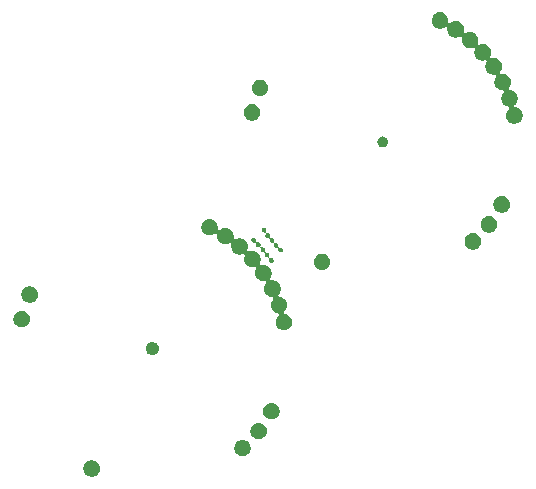
<source format=gbr>
G04 #@! TF.GenerationSoftware,KiCad,Pcbnew,5.0.2-bee76a0~70~ubuntu18.04.1*
G04 #@! TF.CreationDate,2019-07-08T07:54:46+02:00*
G04 #@! TF.ProjectId,lower_Sensor,6c6f7765-725f-4536-956e-736f722e6b69,rev?*
G04 #@! TF.SameCoordinates,Original*
G04 #@! TF.FileFunction,Soldermask,Bot*
G04 #@! TF.FilePolarity,Negative*
%FSLAX46Y46*%
G04 Gerber Fmt 4.6, Leading zero omitted, Abs format (unit mm)*
G04 Created by KiCad (PCBNEW 5.0.2-bee76a0~70~ubuntu18.04.1) date Mo 08 Jul 2019 07:54:46 CEST*
%MOMM*%
%LPD*%
G01*
G04 APERTURE LIST*
%ADD10C,0.100000*%
G04 APERTURE END LIST*
D10*
G36*
X105068372Y-89485778D02*
X105195949Y-89538622D01*
X105310765Y-89615340D01*
X105408400Y-89712975D01*
X105485118Y-89827791D01*
X105537962Y-89955368D01*
X105564900Y-90090796D01*
X105564900Y-90228884D01*
X105537962Y-90364312D01*
X105485118Y-90491889D01*
X105408400Y-90606705D01*
X105310765Y-90704340D01*
X105195949Y-90781058D01*
X105068372Y-90833902D01*
X104932944Y-90860840D01*
X104794856Y-90860840D01*
X104659428Y-90833902D01*
X104531851Y-90781058D01*
X104417035Y-90704340D01*
X104319400Y-90606705D01*
X104242682Y-90491889D01*
X104189838Y-90364312D01*
X104162900Y-90228884D01*
X104162900Y-90090796D01*
X104189838Y-89955368D01*
X104242682Y-89827791D01*
X104319400Y-89712975D01*
X104417035Y-89615340D01*
X104531851Y-89538622D01*
X104659428Y-89485778D01*
X104794856Y-89458840D01*
X104932944Y-89458840D01*
X105068372Y-89485778D01*
X105068372Y-89485778D01*
G37*
G36*
X117831872Y-87745878D02*
X117959449Y-87798722D01*
X118074265Y-87875440D01*
X118171900Y-87973075D01*
X118248618Y-88087891D01*
X118301462Y-88215468D01*
X118328400Y-88350896D01*
X118328400Y-88488984D01*
X118301462Y-88624412D01*
X118248618Y-88751989D01*
X118171900Y-88866805D01*
X118074265Y-88964440D01*
X117959449Y-89041158D01*
X117831872Y-89094002D01*
X117696444Y-89120940D01*
X117558356Y-89120940D01*
X117422928Y-89094002D01*
X117295351Y-89041158D01*
X117180535Y-88964440D01*
X117082900Y-88866805D01*
X117006182Y-88751989D01*
X116953338Y-88624412D01*
X116926400Y-88488984D01*
X116926400Y-88350896D01*
X116953338Y-88215468D01*
X117006182Y-88087891D01*
X117082900Y-87973075D01*
X117180535Y-87875440D01*
X117295351Y-87798722D01*
X117422928Y-87745878D01*
X117558356Y-87718940D01*
X117696444Y-87718940D01*
X117831872Y-87745878D01*
X117831872Y-87745878D01*
G37*
G36*
X119193312Y-86310778D02*
X119320889Y-86363622D01*
X119435705Y-86440340D01*
X119533340Y-86537975D01*
X119610058Y-86652791D01*
X119662902Y-86780368D01*
X119689840Y-86915796D01*
X119689840Y-87053884D01*
X119662902Y-87189312D01*
X119610058Y-87316889D01*
X119533340Y-87431705D01*
X119435705Y-87529340D01*
X119320889Y-87606058D01*
X119193312Y-87658902D01*
X119057884Y-87685840D01*
X118919796Y-87685840D01*
X118784368Y-87658902D01*
X118656791Y-87606058D01*
X118541975Y-87529340D01*
X118444340Y-87431705D01*
X118367622Y-87316889D01*
X118314778Y-87189312D01*
X118287840Y-87053884D01*
X118287840Y-86915796D01*
X118314778Y-86780368D01*
X118367622Y-86652791D01*
X118444340Y-86537975D01*
X118541975Y-86440340D01*
X118656791Y-86363622D01*
X118784368Y-86310778D01*
X118919796Y-86283840D01*
X119057884Y-86283840D01*
X119193312Y-86310778D01*
X119193312Y-86310778D01*
G37*
G36*
X120282972Y-84629298D02*
X120410549Y-84682142D01*
X120525365Y-84758860D01*
X120623000Y-84856495D01*
X120699718Y-84971311D01*
X120752562Y-85098888D01*
X120779500Y-85234316D01*
X120779500Y-85372404D01*
X120752562Y-85507832D01*
X120699718Y-85635409D01*
X120623000Y-85750225D01*
X120525365Y-85847860D01*
X120410549Y-85924578D01*
X120282972Y-85977422D01*
X120147544Y-86004360D01*
X120009456Y-86004360D01*
X119874028Y-85977422D01*
X119746451Y-85924578D01*
X119631635Y-85847860D01*
X119534000Y-85750225D01*
X119457282Y-85635409D01*
X119404438Y-85507832D01*
X119377500Y-85372404D01*
X119377500Y-85234316D01*
X119404438Y-85098888D01*
X119457282Y-84971311D01*
X119534000Y-84856495D01*
X119631635Y-84758860D01*
X119746451Y-84682142D01*
X119874028Y-84629298D01*
X120009456Y-84602360D01*
X120147544Y-84602360D01*
X120282972Y-84629298D01*
X120282972Y-84629298D01*
G37*
G36*
X110160721Y-79470174D02*
X110260995Y-79511709D01*
X110351245Y-79572012D01*
X110427988Y-79648755D01*
X110488291Y-79739005D01*
X110529826Y-79839279D01*
X110551000Y-79945730D01*
X110551000Y-80054270D01*
X110529826Y-80160721D01*
X110488291Y-80260995D01*
X110427988Y-80351245D01*
X110351245Y-80427988D01*
X110260995Y-80488291D01*
X110160721Y-80529826D01*
X110054270Y-80551000D01*
X109945730Y-80551000D01*
X109839279Y-80529826D01*
X109739005Y-80488291D01*
X109648755Y-80427988D01*
X109572012Y-80351245D01*
X109511709Y-80260995D01*
X109470174Y-80160721D01*
X109449000Y-80054270D01*
X109449000Y-79945730D01*
X109470174Y-79839279D01*
X109511709Y-79739005D01*
X109572012Y-79648755D01*
X109648755Y-79572012D01*
X109739005Y-79511709D01*
X109839279Y-79470174D01*
X109945730Y-79449000D01*
X110054270Y-79449000D01*
X110160721Y-79470174D01*
X110160721Y-79470174D01*
G37*
G36*
X115040412Y-69051478D02*
X115167989Y-69104322D01*
X115282805Y-69181040D01*
X115380440Y-69278675D01*
X115457158Y-69393491D01*
X115510002Y-69521068D01*
X115536940Y-69656496D01*
X115536940Y-69794585D01*
X115534662Y-69806038D01*
X115532260Y-69830424D01*
X115534662Y-69854810D01*
X115541775Y-69878259D01*
X115553327Y-69899870D01*
X115568872Y-69918812D01*
X115587815Y-69934357D01*
X115609426Y-69945908D01*
X115632875Y-69953021D01*
X115657261Y-69955423D01*
X115681647Y-69953021D01*
X115705096Y-69945908D01*
X115726706Y-69934357D01*
X115839931Y-69858702D01*
X115967508Y-69805858D01*
X116102936Y-69778920D01*
X116241024Y-69778920D01*
X116376452Y-69805858D01*
X116504029Y-69858702D01*
X116618845Y-69935420D01*
X116716480Y-70033055D01*
X116793198Y-70147871D01*
X116846042Y-70275448D01*
X116872980Y-70410876D01*
X116872980Y-70548964D01*
X116859676Y-70615848D01*
X116857274Y-70640234D01*
X116859676Y-70664620D01*
X116866789Y-70688070D01*
X116878340Y-70709680D01*
X116893886Y-70728622D01*
X116912828Y-70744168D01*
X116934439Y-70755719D01*
X116957888Y-70762832D01*
X116982274Y-70765234D01*
X117006660Y-70762832D01*
X117030110Y-70755719D01*
X117040554Y-70750137D01*
X117046431Y-70747703D01*
X117046432Y-70747702D01*
X117138225Y-70709680D01*
X117174008Y-70694858D01*
X117309436Y-70667920D01*
X117447524Y-70667920D01*
X117582952Y-70694858D01*
X117710529Y-70747702D01*
X117825345Y-70824420D01*
X117922980Y-70922055D01*
X117999698Y-71036871D01*
X118052542Y-71164448D01*
X118079480Y-71299876D01*
X118079480Y-71437964D01*
X118052542Y-71573391D01*
X118039367Y-71605199D01*
X118032254Y-71628648D01*
X118029852Y-71653034D01*
X118032254Y-71677421D01*
X118039367Y-71700870D01*
X118050918Y-71722481D01*
X118066463Y-71741423D01*
X118085405Y-71756968D01*
X118107016Y-71768520D01*
X118130465Y-71775633D01*
X118154851Y-71778035D01*
X118179238Y-71775633D01*
X118202687Y-71768520D01*
X118256046Y-71746418D01*
X118391476Y-71719480D01*
X118529564Y-71719480D01*
X118664992Y-71746418D01*
X118792569Y-71799262D01*
X118907385Y-71875980D01*
X119005020Y-71973615D01*
X119081738Y-72088431D01*
X119134582Y-72216008D01*
X119161520Y-72351436D01*
X119161520Y-72489524D01*
X119134582Y-72624954D01*
X119079702Y-72757446D01*
X119072589Y-72780895D01*
X119070187Y-72805281D01*
X119072589Y-72829667D01*
X119079702Y-72853117D01*
X119091253Y-72874727D01*
X119106799Y-72893669D01*
X119125741Y-72909215D01*
X119147352Y-72920766D01*
X119170801Y-72927879D01*
X119195187Y-72930281D01*
X119219573Y-72927879D01*
X119331276Y-72905660D01*
X119469364Y-72905660D01*
X119604792Y-72932598D01*
X119732369Y-72985442D01*
X119847185Y-73062160D01*
X119944820Y-73159795D01*
X120021538Y-73274611D01*
X120074382Y-73402188D01*
X120101320Y-73537616D01*
X120101320Y-73675704D01*
X120074382Y-73811132D01*
X120021538Y-73938709D01*
X119948630Y-74047823D01*
X119937079Y-74069433D01*
X119929966Y-74092883D01*
X119927564Y-74117269D01*
X119929966Y-74141655D01*
X119937079Y-74165104D01*
X119948630Y-74186715D01*
X119964176Y-74205657D01*
X119983118Y-74221203D01*
X120004728Y-74232754D01*
X120028178Y-74239867D01*
X120052564Y-74242269D01*
X120076948Y-74239868D01*
X120093278Y-74236620D01*
X120231364Y-74236620D01*
X120366792Y-74263558D01*
X120494369Y-74316402D01*
X120609185Y-74393120D01*
X120706820Y-74490755D01*
X120783538Y-74605571D01*
X120836382Y-74733148D01*
X120863320Y-74868576D01*
X120863320Y-75006664D01*
X120836382Y-75142092D01*
X120783538Y-75269669D01*
X120706820Y-75384485D01*
X120691393Y-75399912D01*
X120675847Y-75418854D01*
X120664296Y-75440465D01*
X120657183Y-75463914D01*
X120654781Y-75488300D01*
X120657183Y-75512686D01*
X120664296Y-75536135D01*
X120675847Y-75557746D01*
X120691393Y-75576688D01*
X120710335Y-75592234D01*
X120731946Y-75603785D01*
X120755395Y-75610898D01*
X120779781Y-75613300D01*
X120800324Y-75613300D01*
X120935752Y-75640238D01*
X121063329Y-75693082D01*
X121178145Y-75769800D01*
X121275780Y-75867435D01*
X121352498Y-75982251D01*
X121405342Y-76109828D01*
X121432280Y-76245256D01*
X121432280Y-76383344D01*
X121405342Y-76518772D01*
X121352498Y-76646349D01*
X121275780Y-76761165D01*
X121172736Y-76864209D01*
X121157190Y-76883151D01*
X121145639Y-76904762D01*
X121138526Y-76928211D01*
X121136124Y-76952597D01*
X121138526Y-76976983D01*
X121145639Y-77000432D01*
X121157190Y-77022043D01*
X121172736Y-77040985D01*
X121191678Y-77056531D01*
X121213289Y-77068082D01*
X121236738Y-77075195D01*
X121339611Y-77095658D01*
X121339613Y-77095659D01*
X121339614Y-77095659D01*
X121367083Y-77107037D01*
X121467189Y-77148502D01*
X121582005Y-77225220D01*
X121679640Y-77322855D01*
X121756358Y-77437671D01*
X121809202Y-77565248D01*
X121836140Y-77700676D01*
X121836140Y-77838764D01*
X121809202Y-77974192D01*
X121756358Y-78101769D01*
X121679640Y-78216585D01*
X121582005Y-78314220D01*
X121467189Y-78390938D01*
X121339612Y-78443782D01*
X121204184Y-78470720D01*
X121066096Y-78470720D01*
X120930668Y-78443782D01*
X120803091Y-78390938D01*
X120688275Y-78314220D01*
X120590640Y-78216585D01*
X120513922Y-78101769D01*
X120461078Y-77974192D01*
X120434140Y-77838764D01*
X120434140Y-77700676D01*
X120461078Y-77565248D01*
X120513922Y-77437671D01*
X120590640Y-77322855D01*
X120693684Y-77219811D01*
X120709230Y-77200869D01*
X120720781Y-77179258D01*
X120727894Y-77155809D01*
X120730296Y-77131423D01*
X120727894Y-77107037D01*
X120720781Y-77083588D01*
X120709230Y-77061977D01*
X120693684Y-77043035D01*
X120674742Y-77027489D01*
X120653131Y-77015938D01*
X120629682Y-77008825D01*
X120526809Y-76988362D01*
X120526807Y-76988361D01*
X120526806Y-76988361D01*
X120479682Y-76968841D01*
X120399231Y-76935518D01*
X120284415Y-76858800D01*
X120186780Y-76761165D01*
X120110062Y-76646349D01*
X120057218Y-76518772D01*
X120030280Y-76383344D01*
X120030280Y-76245256D01*
X120057218Y-76109828D01*
X120110062Y-75982251D01*
X120186780Y-75867435D01*
X120202207Y-75852008D01*
X120217753Y-75833066D01*
X120229304Y-75811455D01*
X120236417Y-75788006D01*
X120238819Y-75763620D01*
X120236417Y-75739234D01*
X120229304Y-75715785D01*
X120217753Y-75694174D01*
X120202207Y-75675232D01*
X120183265Y-75659686D01*
X120161654Y-75648135D01*
X120138205Y-75641022D01*
X120113819Y-75638620D01*
X120093276Y-75638620D01*
X119957848Y-75611682D01*
X119830271Y-75558838D01*
X119715455Y-75482120D01*
X119617820Y-75384485D01*
X119541102Y-75269669D01*
X119488258Y-75142092D01*
X119461320Y-75006664D01*
X119461320Y-74868576D01*
X119488258Y-74733148D01*
X119541102Y-74605571D01*
X119614010Y-74496457D01*
X119625561Y-74474847D01*
X119632674Y-74451397D01*
X119635076Y-74427011D01*
X119632674Y-74402625D01*
X119625561Y-74379176D01*
X119614010Y-74357565D01*
X119598464Y-74338623D01*
X119579522Y-74323077D01*
X119557912Y-74311526D01*
X119534462Y-74304413D01*
X119510076Y-74302011D01*
X119485692Y-74304412D01*
X119469362Y-74307660D01*
X119331276Y-74307660D01*
X119195848Y-74280722D01*
X119068271Y-74227878D01*
X118953455Y-74151160D01*
X118855820Y-74053525D01*
X118779102Y-73938709D01*
X118726258Y-73811132D01*
X118699320Y-73675704D01*
X118699320Y-73537616D01*
X118726258Y-73402186D01*
X118781138Y-73269694D01*
X118788251Y-73246245D01*
X118790653Y-73221859D01*
X118788251Y-73197473D01*
X118781138Y-73174023D01*
X118769587Y-73152413D01*
X118754041Y-73133471D01*
X118735099Y-73117925D01*
X118713488Y-73106374D01*
X118690039Y-73099261D01*
X118665653Y-73096859D01*
X118641267Y-73099261D01*
X118529564Y-73121480D01*
X118391476Y-73121480D01*
X118256048Y-73094542D01*
X118128471Y-73041698D01*
X118013655Y-72964980D01*
X117916020Y-72867345D01*
X117839302Y-72752529D01*
X117786458Y-72624952D01*
X117759520Y-72489524D01*
X117759520Y-72351436D01*
X117786458Y-72216009D01*
X117787409Y-72213714D01*
X117799633Y-72184201D01*
X117806746Y-72160752D01*
X117809148Y-72136366D01*
X117806746Y-72111979D01*
X117799633Y-72088530D01*
X117788082Y-72066919D01*
X117772537Y-72047977D01*
X117753595Y-72032432D01*
X117731984Y-72020880D01*
X117708535Y-72013767D01*
X117684149Y-72011365D01*
X117659762Y-72013767D01*
X117636313Y-72020880D01*
X117582954Y-72042982D01*
X117447524Y-72069920D01*
X117309436Y-72069920D01*
X117174008Y-72042982D01*
X117046431Y-71990138D01*
X116931615Y-71913420D01*
X116833980Y-71815785D01*
X116757262Y-71700969D01*
X116704418Y-71573392D01*
X116677480Y-71437964D01*
X116677480Y-71299876D01*
X116690784Y-71232992D01*
X116693186Y-71208606D01*
X116690784Y-71184220D01*
X116683671Y-71160770D01*
X116672120Y-71139160D01*
X116656574Y-71120218D01*
X116637632Y-71104672D01*
X116616021Y-71093121D01*
X116592572Y-71086008D01*
X116568186Y-71083606D01*
X116543800Y-71086008D01*
X116520350Y-71093121D01*
X116509906Y-71098703D01*
X116504029Y-71101137D01*
X116504028Y-71101138D01*
X116495496Y-71104672D01*
X116376452Y-71153982D01*
X116241024Y-71180920D01*
X116102936Y-71180920D01*
X115967508Y-71153982D01*
X115839931Y-71101138D01*
X115725115Y-71024420D01*
X115627480Y-70926785D01*
X115550762Y-70811969D01*
X115497918Y-70684392D01*
X115470980Y-70548964D01*
X115470980Y-70410875D01*
X115473258Y-70399422D01*
X115475660Y-70375036D01*
X115473258Y-70350650D01*
X115466145Y-70327201D01*
X115454593Y-70305590D01*
X115439048Y-70286648D01*
X115420105Y-70271103D01*
X115398494Y-70259552D01*
X115375045Y-70252439D01*
X115350659Y-70250037D01*
X115326273Y-70252439D01*
X115302824Y-70259552D01*
X115281214Y-70271103D01*
X115167989Y-70346758D01*
X115040412Y-70399602D01*
X114904984Y-70426540D01*
X114766896Y-70426540D01*
X114631468Y-70399602D01*
X114503891Y-70346758D01*
X114389075Y-70270040D01*
X114291440Y-70172405D01*
X114214722Y-70057589D01*
X114161878Y-69930012D01*
X114134940Y-69794584D01*
X114134940Y-69656496D01*
X114161878Y-69521068D01*
X114214722Y-69393491D01*
X114291440Y-69278675D01*
X114389075Y-69181040D01*
X114503891Y-69104322D01*
X114631468Y-69051478D01*
X114766896Y-69024540D01*
X114904984Y-69024540D01*
X115040412Y-69051478D01*
X115040412Y-69051478D01*
G37*
G36*
X99132392Y-76831498D02*
X99259969Y-76884342D01*
X99374785Y-76961060D01*
X99472420Y-77058695D01*
X99549138Y-77173511D01*
X99601982Y-77301088D01*
X99628920Y-77436516D01*
X99628920Y-77574604D01*
X99601982Y-77710032D01*
X99549138Y-77837609D01*
X99472420Y-77952425D01*
X99374785Y-78050060D01*
X99259969Y-78126778D01*
X99132392Y-78179622D01*
X98996964Y-78206560D01*
X98858876Y-78206560D01*
X98723448Y-78179622D01*
X98595871Y-78126778D01*
X98481055Y-78050060D01*
X98383420Y-77952425D01*
X98306702Y-77837609D01*
X98253858Y-77710032D01*
X98226920Y-77574604D01*
X98226920Y-77436516D01*
X98253858Y-77301088D01*
X98306702Y-77173511D01*
X98383420Y-77058695D01*
X98481055Y-76961060D01*
X98595871Y-76884342D01*
X98723448Y-76831498D01*
X98858876Y-76804560D01*
X98996964Y-76804560D01*
X99132392Y-76831498D01*
X99132392Y-76831498D01*
G37*
G36*
X99815652Y-74756318D02*
X99943229Y-74809162D01*
X100058045Y-74885880D01*
X100155680Y-74983515D01*
X100232398Y-75098331D01*
X100285242Y-75225908D01*
X100312180Y-75361336D01*
X100312180Y-75499424D01*
X100285242Y-75634852D01*
X100232398Y-75762429D01*
X100155680Y-75877245D01*
X100058045Y-75974880D01*
X99943229Y-76051598D01*
X99815652Y-76104442D01*
X99680224Y-76131380D01*
X99542136Y-76131380D01*
X99406708Y-76104442D01*
X99279131Y-76051598D01*
X99164315Y-75974880D01*
X99066680Y-75877245D01*
X98989962Y-75762429D01*
X98937118Y-75634852D01*
X98910180Y-75499424D01*
X98910180Y-75361336D01*
X98937118Y-75225908D01*
X98989962Y-75098331D01*
X99066680Y-74983515D01*
X99164315Y-74885880D01*
X99279131Y-74809162D01*
X99406708Y-74756318D01*
X99542136Y-74729380D01*
X99680224Y-74729380D01*
X99815652Y-74756318D01*
X99815652Y-74756318D01*
G37*
G36*
X124568372Y-71985778D02*
X124695949Y-72038622D01*
X124810765Y-72115340D01*
X124908400Y-72212975D01*
X124985118Y-72327791D01*
X125037962Y-72455368D01*
X125064900Y-72590796D01*
X125064900Y-72728884D01*
X125037962Y-72864312D01*
X124985118Y-72991889D01*
X124908400Y-73106705D01*
X124810765Y-73204340D01*
X124695949Y-73281058D01*
X124568372Y-73333902D01*
X124432944Y-73360840D01*
X124294856Y-73360840D01*
X124159428Y-73333902D01*
X124031851Y-73281058D01*
X123917035Y-73204340D01*
X123819400Y-73106705D01*
X123742682Y-72991889D01*
X123689838Y-72864312D01*
X123662900Y-72728884D01*
X123662900Y-72590796D01*
X123689838Y-72455368D01*
X123742682Y-72327791D01*
X123819400Y-72212975D01*
X123917035Y-72115340D01*
X124031851Y-72038622D01*
X124159428Y-71985778D01*
X124294856Y-71958840D01*
X124432944Y-71958840D01*
X124568372Y-71985778D01*
X124568372Y-71985778D01*
G37*
G36*
X118598402Y-70627536D02*
X118633846Y-70634586D01*
X118670425Y-70649738D01*
X118670427Y-70649739D01*
X118676699Y-70653930D01*
X118692698Y-70664620D01*
X118703347Y-70671736D01*
X118731342Y-70699731D01*
X118749866Y-70727453D01*
X118753340Y-70732653D01*
X118768492Y-70769232D01*
X118776216Y-70808065D01*
X118776216Y-70847659D01*
X118770791Y-70874932D01*
X118768390Y-70899311D01*
X118770792Y-70923697D01*
X118777905Y-70947146D01*
X118789456Y-70968757D01*
X118805001Y-70987700D01*
X118823943Y-71003245D01*
X118845553Y-71014796D01*
X118869003Y-71021910D01*
X118893389Y-71024312D01*
X118917776Y-71021910D01*
X118947252Y-71016047D01*
X118986848Y-71016047D01*
X118996555Y-71017978D01*
X119025680Y-71023771D01*
X119062259Y-71038923D01*
X119062261Y-71038924D01*
X119077131Y-71048860D01*
X119095180Y-71060920D01*
X119123177Y-71088917D01*
X119131343Y-71101138D01*
X119144469Y-71120782D01*
X119145174Y-71121838D01*
X119160326Y-71158417D01*
X119168050Y-71197250D01*
X119168050Y-71236844D01*
X119160327Y-71275674D01*
X119160326Y-71275676D01*
X119158624Y-71279785D01*
X119151510Y-71303234D01*
X119149108Y-71327620D01*
X119151509Y-71352006D01*
X119158622Y-71375455D01*
X119170173Y-71397066D01*
X119185718Y-71416009D01*
X119204660Y-71431554D01*
X119226271Y-71443106D01*
X119249720Y-71450220D01*
X119274106Y-71452622D01*
X119298493Y-71450220D01*
X119326829Y-71444584D01*
X119366426Y-71444584D01*
X119376133Y-71446515D01*
X119405258Y-71452308D01*
X119441837Y-71467460D01*
X119441839Y-71467461D01*
X119450664Y-71473358D01*
X119472533Y-71487970D01*
X119474759Y-71489458D01*
X119502754Y-71517453D01*
X119522370Y-71546809D01*
X119524752Y-71550375D01*
X119539904Y-71586954D01*
X119547628Y-71625787D01*
X119547628Y-71665381D01*
X119539905Y-71704211D01*
X119539904Y-71704213D01*
X119534785Y-71716571D01*
X119527671Y-71740020D01*
X119525269Y-71764406D01*
X119527670Y-71788792D01*
X119534783Y-71812241D01*
X119546334Y-71833853D01*
X119561879Y-71852795D01*
X119580821Y-71868341D01*
X119602432Y-71879892D01*
X119625881Y-71887006D01*
X119650267Y-71889408D01*
X119674652Y-71887006D01*
X119686831Y-71884584D01*
X119726426Y-71884584D01*
X119736133Y-71886515D01*
X119765258Y-71892308D01*
X119801837Y-71907460D01*
X119801839Y-71907461D01*
X119834759Y-71929458D01*
X119862754Y-71957453D01*
X119881681Y-71985778D01*
X119884752Y-71990375D01*
X119899904Y-72026954D01*
X119907628Y-72065787D01*
X119907628Y-72105381D01*
X119899904Y-72144214D01*
X119885756Y-72178368D01*
X119878643Y-72201817D01*
X119876241Y-72226203D01*
X119878643Y-72250590D01*
X119885756Y-72274039D01*
X119897307Y-72295650D01*
X119912852Y-72314592D01*
X119931794Y-72330137D01*
X119953405Y-72341689D01*
X119976854Y-72348802D01*
X120001240Y-72351204D01*
X120025620Y-72348803D01*
X120046831Y-72344584D01*
X120086426Y-72344584D01*
X120096133Y-72346515D01*
X120125258Y-72352308D01*
X120161837Y-72367460D01*
X120161839Y-72367461D01*
X120178410Y-72378534D01*
X120194758Y-72389457D01*
X120222755Y-72417454D01*
X120244752Y-72450375D01*
X120259904Y-72486954D01*
X120267628Y-72525787D01*
X120267628Y-72565381D01*
X120259904Y-72604214D01*
X120244752Y-72640793D01*
X120244751Y-72640795D01*
X120222754Y-72673715D01*
X120194759Y-72701710D01*
X120161839Y-72723707D01*
X120161838Y-72723708D01*
X120161837Y-72723708D01*
X120125258Y-72738860D01*
X120096133Y-72744653D01*
X120086426Y-72746584D01*
X120046830Y-72746584D01*
X120037123Y-72744653D01*
X120007998Y-72738860D01*
X119971419Y-72723708D01*
X119971418Y-72723708D01*
X119971417Y-72723707D01*
X119938497Y-72701710D01*
X119910502Y-72673715D01*
X119888505Y-72640795D01*
X119888504Y-72640793D01*
X119873352Y-72604214D01*
X119865628Y-72565381D01*
X119865628Y-72525787D01*
X119873352Y-72486954D01*
X119887501Y-72452795D01*
X119894613Y-72429351D01*
X119897015Y-72404965D01*
X119894613Y-72380578D01*
X119887500Y-72357129D01*
X119875949Y-72335518D01*
X119860404Y-72316576D01*
X119841462Y-72301031D01*
X119819851Y-72289479D01*
X119796402Y-72282366D01*
X119772016Y-72279964D01*
X119747636Y-72282365D01*
X119726425Y-72286584D01*
X119686830Y-72286584D01*
X119677123Y-72284653D01*
X119647998Y-72278860D01*
X119611419Y-72263708D01*
X119611418Y-72263708D01*
X119611417Y-72263707D01*
X119594846Y-72252634D01*
X119578498Y-72241711D01*
X119550501Y-72213714D01*
X119528504Y-72180793D01*
X119513352Y-72144214D01*
X119505628Y-72105381D01*
X119505628Y-72065787D01*
X119513352Y-72026954D01*
X119518472Y-72014593D01*
X119525585Y-71991148D01*
X119527987Y-71966762D01*
X119525586Y-71942376D01*
X119518473Y-71918927D01*
X119506922Y-71897315D01*
X119491377Y-71878373D01*
X119472435Y-71862827D01*
X119450824Y-71851276D01*
X119427375Y-71844162D01*
X119402989Y-71841760D01*
X119378604Y-71844162D01*
X119366425Y-71846584D01*
X119326830Y-71846584D01*
X119314654Y-71844162D01*
X119287998Y-71838860D01*
X119251419Y-71823708D01*
X119251418Y-71823708D01*
X119251417Y-71823707D01*
X119218497Y-71801710D01*
X119190502Y-71773715D01*
X119187031Y-71768520D01*
X119168504Y-71740793D01*
X119153352Y-71704214D01*
X119145628Y-71665381D01*
X119145628Y-71625787D01*
X119153352Y-71586954D01*
X119155055Y-71582843D01*
X119162168Y-71559397D01*
X119164570Y-71535011D01*
X119162169Y-71510625D01*
X119155056Y-71487176D01*
X119143505Y-71465565D01*
X119127960Y-71446622D01*
X119109018Y-71431077D01*
X119087407Y-71419525D01*
X119063958Y-71412411D01*
X119039572Y-71410009D01*
X119015185Y-71412411D01*
X118986849Y-71418047D01*
X118947252Y-71418047D01*
X118937007Y-71416009D01*
X118908420Y-71410323D01*
X118871841Y-71395171D01*
X118871840Y-71395171D01*
X118871839Y-71395170D01*
X118838919Y-71373173D01*
X118810924Y-71345178D01*
X118804483Y-71335538D01*
X118788926Y-71312256D01*
X118773774Y-71275677D01*
X118766050Y-71236844D01*
X118766050Y-71197250D01*
X118771475Y-71169977D01*
X118773876Y-71145598D01*
X118771474Y-71121212D01*
X118764361Y-71097763D01*
X118752810Y-71076152D01*
X118737265Y-71057209D01*
X118718323Y-71041664D01*
X118696713Y-71030113D01*
X118673263Y-71022999D01*
X118648877Y-71020597D01*
X118624490Y-71022999D01*
X118595014Y-71028862D01*
X118555418Y-71028862D01*
X118545711Y-71026931D01*
X118516586Y-71021138D01*
X118480007Y-71005986D01*
X118480006Y-71005986D01*
X118480005Y-71005985D01*
X118447085Y-70983988D01*
X118419090Y-70955993D01*
X118416870Y-70952670D01*
X118408166Y-70939644D01*
X118397093Y-70923073D01*
X118397092Y-70923071D01*
X118381940Y-70886492D01*
X118374216Y-70847659D01*
X118374216Y-70808065D01*
X118381940Y-70769232D01*
X118397092Y-70732653D01*
X118400567Y-70727453D01*
X118419090Y-70699731D01*
X118447085Y-70671736D01*
X118457735Y-70664620D01*
X118473733Y-70653930D01*
X118480005Y-70649739D01*
X118480007Y-70649738D01*
X118516586Y-70634586D01*
X118552030Y-70627536D01*
X118555418Y-70626862D01*
X118595014Y-70626862D01*
X118598402Y-70627536D01*
X118598402Y-70627536D01*
G37*
G36*
X119477369Y-69781727D02*
X119506494Y-69787520D01*
X119543073Y-69802672D01*
X119543075Y-69802673D01*
X119547843Y-69805859D01*
X119575994Y-69824669D01*
X119603991Y-69852666D01*
X119625988Y-69885587D01*
X119641140Y-69922166D01*
X119648864Y-69960999D01*
X119648864Y-70000593D01*
X119641140Y-70039426D01*
X119633617Y-70057588D01*
X119632442Y-70060423D01*
X119625328Y-70083872D01*
X119622926Y-70108258D01*
X119625327Y-70132644D01*
X119632440Y-70156093D01*
X119643991Y-70177704D01*
X119659536Y-70196647D01*
X119678478Y-70212192D01*
X119700089Y-70223744D01*
X119723538Y-70230858D01*
X119747926Y-70233260D01*
X119782894Y-70233260D01*
X119792601Y-70235191D01*
X119821726Y-70240984D01*
X119858305Y-70256136D01*
X119858307Y-70256137D01*
X119874878Y-70267210D01*
X119887208Y-70275448D01*
X119891227Y-70278134D01*
X119919222Y-70306129D01*
X119935964Y-70331184D01*
X119941220Y-70339051D01*
X119956372Y-70375630D01*
X119961104Y-70399422D01*
X119964096Y-70414462D01*
X119964096Y-70454058D01*
X119954385Y-70502880D01*
X119953148Y-70506959D01*
X119950749Y-70531346D01*
X119953154Y-70555732D01*
X119960271Y-70579180D01*
X119971825Y-70600789D01*
X119987373Y-70619729D01*
X120006317Y-70635272D01*
X120027929Y-70646820D01*
X120051379Y-70653930D01*
X120075766Y-70656329D01*
X120093466Y-70654584D01*
X120136426Y-70654584D01*
X120145198Y-70656329D01*
X120175258Y-70662308D01*
X120211837Y-70677460D01*
X120211839Y-70677461D01*
X120222212Y-70684392D01*
X120244758Y-70699457D01*
X120272755Y-70727454D01*
X120294752Y-70760375D01*
X120309904Y-70796954D01*
X120315367Y-70824418D01*
X120317628Y-70835786D01*
X120317628Y-70875382D01*
X120307917Y-70924204D01*
X120306680Y-70928283D01*
X120304281Y-70952670D01*
X120306686Y-70977056D01*
X120313803Y-71000504D01*
X120325357Y-71022113D01*
X120340905Y-71041053D01*
X120359849Y-71056596D01*
X120381461Y-71068144D01*
X120404911Y-71075254D01*
X120429298Y-71077653D01*
X120447003Y-71075908D01*
X120489959Y-71075908D01*
X120498731Y-71077653D01*
X120528791Y-71083632D01*
X120562905Y-71097763D01*
X120565372Y-71098785D01*
X120568893Y-71101138D01*
X120598291Y-71120781D01*
X120626288Y-71148778D01*
X120634301Y-71160770D01*
X120647765Y-71180920D01*
X120648285Y-71181699D01*
X120663437Y-71218278D01*
X120671161Y-71257111D01*
X120671161Y-71296705D01*
X120665736Y-71323978D01*
X120663335Y-71348357D01*
X120665737Y-71372743D01*
X120672850Y-71396192D01*
X120684401Y-71417803D01*
X120699946Y-71436746D01*
X120718888Y-71452291D01*
X120740498Y-71463842D01*
X120763948Y-71470956D01*
X120788334Y-71473358D01*
X120812717Y-71470957D01*
X120842200Y-71465093D01*
X120881795Y-71465093D01*
X120891502Y-71467024D01*
X120920627Y-71472817D01*
X120957206Y-71487969D01*
X120957208Y-71487970D01*
X120973779Y-71499043D01*
X120990127Y-71509966D01*
X121018124Y-71537963D01*
X121040121Y-71570884D01*
X121055273Y-71607463D01*
X121062997Y-71646296D01*
X121062997Y-71685890D01*
X121055273Y-71724723D01*
X121040121Y-71761302D01*
X121018124Y-71794223D01*
X120990127Y-71822220D01*
X120987900Y-71823708D01*
X120957208Y-71844216D01*
X120957207Y-71844217D01*
X120957206Y-71844217D01*
X120920627Y-71859369D01*
X120891502Y-71865162D01*
X120881795Y-71867093D01*
X120842199Y-71867093D01*
X120832492Y-71865162D01*
X120803367Y-71859369D01*
X120766788Y-71844217D01*
X120766787Y-71844217D01*
X120766786Y-71844216D01*
X120736094Y-71823708D01*
X120733867Y-71822220D01*
X120705870Y-71794223D01*
X120683873Y-71761302D01*
X120668721Y-71724723D01*
X120660997Y-71685890D01*
X120660997Y-71646296D01*
X120666422Y-71619023D01*
X120668823Y-71594644D01*
X120666421Y-71570258D01*
X120659308Y-71546809D01*
X120647757Y-71525198D01*
X120632212Y-71506255D01*
X120613270Y-71490710D01*
X120591660Y-71479159D01*
X120568210Y-71472045D01*
X120543824Y-71469643D01*
X120519441Y-71472044D01*
X120489958Y-71477908D01*
X120450363Y-71477908D01*
X120440656Y-71475977D01*
X120411531Y-71470184D01*
X120374952Y-71455032D01*
X120374951Y-71455032D01*
X120374950Y-71455031D01*
X120342030Y-71433034D01*
X120314035Y-71405039D01*
X120307441Y-71395170D01*
X120292743Y-71373174D01*
X120292038Y-71372119D01*
X120289837Y-71366805D01*
X120276885Y-71335538D01*
X120269161Y-71296705D01*
X120269161Y-71257111D01*
X120276885Y-71218278D01*
X120278872Y-71208288D01*
X120280109Y-71204209D01*
X120282508Y-71179822D01*
X120280103Y-71155436D01*
X120272986Y-71131988D01*
X120261432Y-71110379D01*
X120245884Y-71091439D01*
X120226940Y-71075896D01*
X120205328Y-71064348D01*
X120181878Y-71057238D01*
X120157491Y-71054839D01*
X120139786Y-71056584D01*
X120096830Y-71056584D01*
X120087123Y-71054653D01*
X120057998Y-71048860D01*
X120021419Y-71033708D01*
X120021418Y-71033708D01*
X120021417Y-71033707D01*
X120001797Y-71020597D01*
X119988498Y-71011711D01*
X119960501Y-70983714D01*
X119949578Y-70967366D01*
X119938505Y-70950795D01*
X119938504Y-70950793D01*
X119923352Y-70914214D01*
X119915628Y-70875381D01*
X119915628Y-70835787D01*
X119923352Y-70796954D01*
X119925339Y-70786964D01*
X119926576Y-70782885D01*
X119928975Y-70758498D01*
X119926570Y-70734112D01*
X119919453Y-70710664D01*
X119907899Y-70689055D01*
X119892351Y-70670115D01*
X119873407Y-70654572D01*
X119851795Y-70643024D01*
X119828345Y-70635914D01*
X119803958Y-70633515D01*
X119786258Y-70635260D01*
X119743298Y-70635260D01*
X119733591Y-70633329D01*
X119704466Y-70627536D01*
X119667887Y-70612384D01*
X119667886Y-70612384D01*
X119667885Y-70612383D01*
X119634965Y-70590386D01*
X119606970Y-70562391D01*
X119584973Y-70529471D01*
X119584972Y-70529469D01*
X119569820Y-70492890D01*
X119562096Y-70454057D01*
X119562096Y-70414463D01*
X119569820Y-70375630D01*
X119578519Y-70354629D01*
X119585632Y-70331184D01*
X119588034Y-70306798D01*
X119585633Y-70282412D01*
X119578520Y-70258963D01*
X119566969Y-70237352D01*
X119551424Y-70218409D01*
X119532482Y-70202864D01*
X119510871Y-70191312D01*
X119487422Y-70184198D01*
X119463034Y-70181796D01*
X119428066Y-70181796D01*
X119418359Y-70179865D01*
X119389234Y-70174072D01*
X119352655Y-70158920D01*
X119352654Y-70158920D01*
X119352653Y-70158919D01*
X119319733Y-70136922D01*
X119291738Y-70108927D01*
X119269741Y-70076007D01*
X119262112Y-70057589D01*
X119254588Y-70039426D01*
X119246864Y-70000593D01*
X119246864Y-69960999D01*
X119254588Y-69922166D01*
X119269740Y-69885587D01*
X119291737Y-69852666D01*
X119319734Y-69824669D01*
X119347885Y-69805859D01*
X119352653Y-69802673D01*
X119352655Y-69802672D01*
X119389234Y-69787520D01*
X119418359Y-69781727D01*
X119428066Y-69779796D01*
X119467662Y-69779796D01*
X119477369Y-69781727D01*
X119477369Y-69781727D01*
G37*
G36*
X137331872Y-70245878D02*
X137459449Y-70298722D01*
X137574265Y-70375440D01*
X137671900Y-70473075D01*
X137748618Y-70587891D01*
X137801462Y-70715468D01*
X137828400Y-70850896D01*
X137828400Y-70988984D01*
X137801462Y-71124412D01*
X137748618Y-71251989D01*
X137671900Y-71366805D01*
X137574265Y-71464440D01*
X137459449Y-71541158D01*
X137331872Y-71594002D01*
X137196444Y-71620940D01*
X137058356Y-71620940D01*
X136922928Y-71594002D01*
X136795351Y-71541158D01*
X136680535Y-71464440D01*
X136582900Y-71366805D01*
X136506182Y-71251989D01*
X136453338Y-71124412D01*
X136426400Y-70988984D01*
X136426400Y-70850896D01*
X136453338Y-70715468D01*
X136506182Y-70587891D01*
X136582900Y-70473075D01*
X136680535Y-70375440D01*
X136795351Y-70298722D01*
X136922928Y-70245878D01*
X137058356Y-70218940D01*
X137196444Y-70218940D01*
X137331872Y-70245878D01*
X137331872Y-70245878D01*
G37*
G36*
X138693312Y-68810778D02*
X138820889Y-68863622D01*
X138935705Y-68940340D01*
X139033340Y-69037975D01*
X139110058Y-69152791D01*
X139162902Y-69280368D01*
X139189840Y-69415796D01*
X139189840Y-69553884D01*
X139162902Y-69689312D01*
X139110058Y-69816889D01*
X139033340Y-69931705D01*
X138935705Y-70029340D01*
X138820889Y-70106058D01*
X138693312Y-70158902D01*
X138557884Y-70185840D01*
X138419796Y-70185840D01*
X138284368Y-70158902D01*
X138156791Y-70106058D01*
X138041975Y-70029340D01*
X137944340Y-69931705D01*
X137867622Y-69816889D01*
X137814778Y-69689312D01*
X137787840Y-69553884D01*
X137787840Y-69415796D01*
X137814778Y-69280368D01*
X137867622Y-69152791D01*
X137944340Y-69037975D01*
X138041975Y-68940340D01*
X138156791Y-68863622D01*
X138284368Y-68810778D01*
X138419796Y-68783840D01*
X138557884Y-68783840D01*
X138693312Y-68810778D01*
X138693312Y-68810778D01*
G37*
G36*
X139782972Y-67129298D02*
X139910549Y-67182142D01*
X140025365Y-67258860D01*
X140123000Y-67356495D01*
X140199718Y-67471311D01*
X140252562Y-67598888D01*
X140279500Y-67734316D01*
X140279500Y-67872404D01*
X140252562Y-68007832D01*
X140199718Y-68135409D01*
X140123000Y-68250225D01*
X140025365Y-68347860D01*
X139910549Y-68424578D01*
X139782972Y-68477422D01*
X139647544Y-68504360D01*
X139509456Y-68504360D01*
X139374028Y-68477422D01*
X139246451Y-68424578D01*
X139131635Y-68347860D01*
X139034000Y-68250225D01*
X138957282Y-68135409D01*
X138904438Y-68007832D01*
X138877500Y-67872404D01*
X138877500Y-67734316D01*
X138904438Y-67598888D01*
X138957282Y-67471311D01*
X139034000Y-67356495D01*
X139131635Y-67258860D01*
X139246451Y-67182142D01*
X139374028Y-67129298D01*
X139509456Y-67102360D01*
X139647544Y-67102360D01*
X139782972Y-67129298D01*
X139782972Y-67129298D01*
G37*
G36*
X129631552Y-62066331D02*
X129713625Y-62100327D01*
X129713626Y-62100328D01*
X129713629Y-62100329D01*
X129787496Y-62149686D01*
X129787500Y-62149689D01*
X129850311Y-62212500D01*
X129850313Y-62212503D01*
X129850314Y-62212504D01*
X129899671Y-62286371D01*
X129899672Y-62286374D01*
X129899673Y-62286375D01*
X129933669Y-62368448D01*
X129951000Y-62455579D01*
X129951000Y-62544421D01*
X129933669Y-62631552D01*
X129899673Y-62713625D01*
X129899671Y-62713629D01*
X129850314Y-62787496D01*
X129850311Y-62787500D01*
X129787500Y-62850311D01*
X129787497Y-62850313D01*
X129787496Y-62850314D01*
X129713629Y-62899671D01*
X129713626Y-62899672D01*
X129713625Y-62899673D01*
X129631552Y-62933669D01*
X129544421Y-62951000D01*
X129455579Y-62951000D01*
X129368448Y-62933669D01*
X129286375Y-62899673D01*
X129286374Y-62899672D01*
X129286371Y-62899671D01*
X129212504Y-62850314D01*
X129212503Y-62850313D01*
X129212500Y-62850311D01*
X129149689Y-62787500D01*
X129149686Y-62787496D01*
X129100329Y-62713629D01*
X129100327Y-62713625D01*
X129066331Y-62631552D01*
X129049000Y-62544421D01*
X129049000Y-62455579D01*
X129066331Y-62368448D01*
X129100327Y-62286375D01*
X129100328Y-62286374D01*
X129100329Y-62286371D01*
X129149686Y-62212504D01*
X129149687Y-62212503D01*
X129149689Y-62212500D01*
X129212500Y-62149689D01*
X129212504Y-62149686D01*
X129286371Y-62100329D01*
X129286374Y-62100328D01*
X129286375Y-62100327D01*
X129368448Y-62066331D01*
X129455579Y-62049000D01*
X129544421Y-62049000D01*
X129631552Y-62066331D01*
X129631552Y-62066331D01*
G37*
G36*
X134540412Y-51551478D02*
X134667989Y-51604322D01*
X134782805Y-51681040D01*
X134880440Y-51778675D01*
X134957158Y-51893491D01*
X135010002Y-52021068D01*
X135036940Y-52156496D01*
X135036940Y-52294585D01*
X135034662Y-52306038D01*
X135032260Y-52330424D01*
X135034662Y-52354810D01*
X135041775Y-52378259D01*
X135053327Y-52399870D01*
X135068872Y-52418812D01*
X135087815Y-52434357D01*
X135109426Y-52445908D01*
X135132875Y-52453021D01*
X135157261Y-52455423D01*
X135181647Y-52453021D01*
X135205096Y-52445908D01*
X135226706Y-52434357D01*
X135339931Y-52358702D01*
X135467508Y-52305858D01*
X135602936Y-52278920D01*
X135741024Y-52278920D01*
X135876452Y-52305858D01*
X136004029Y-52358702D01*
X136118845Y-52435420D01*
X136216480Y-52533055D01*
X136293198Y-52647871D01*
X136346042Y-52775448D01*
X136372980Y-52910876D01*
X136372980Y-53048964D01*
X136359676Y-53115848D01*
X136357274Y-53140234D01*
X136359676Y-53164620D01*
X136366789Y-53188070D01*
X136378340Y-53209680D01*
X136393886Y-53228622D01*
X136412828Y-53244168D01*
X136434439Y-53255719D01*
X136457888Y-53262832D01*
X136482274Y-53265234D01*
X136506660Y-53262832D01*
X136530110Y-53255719D01*
X136540554Y-53250137D01*
X136546431Y-53247703D01*
X136546432Y-53247702D01*
X136674006Y-53194859D01*
X136674005Y-53194859D01*
X136674008Y-53194858D01*
X136809436Y-53167920D01*
X136947524Y-53167920D01*
X137082952Y-53194858D01*
X137210529Y-53247702D01*
X137325345Y-53324420D01*
X137422980Y-53422055D01*
X137499698Y-53536871D01*
X137552542Y-53664448D01*
X137579480Y-53799876D01*
X137579480Y-53937964D01*
X137552542Y-54073391D01*
X137539367Y-54105199D01*
X137532254Y-54128648D01*
X137529852Y-54153034D01*
X137532254Y-54177421D01*
X137539367Y-54200870D01*
X137550918Y-54222481D01*
X137566463Y-54241423D01*
X137585405Y-54256968D01*
X137607016Y-54268520D01*
X137630465Y-54275633D01*
X137654851Y-54278035D01*
X137679238Y-54275633D01*
X137702687Y-54268520D01*
X137756046Y-54246418D01*
X137891476Y-54219480D01*
X138029564Y-54219480D01*
X138164992Y-54246418D01*
X138292569Y-54299262D01*
X138407385Y-54375980D01*
X138505020Y-54473615D01*
X138581738Y-54588431D01*
X138634582Y-54716008D01*
X138661520Y-54851436D01*
X138661520Y-54989524D01*
X138634582Y-55124954D01*
X138579702Y-55257446D01*
X138572589Y-55280895D01*
X138570187Y-55305281D01*
X138572589Y-55329667D01*
X138579702Y-55353117D01*
X138591253Y-55374727D01*
X138606799Y-55393669D01*
X138625741Y-55409215D01*
X138647352Y-55420766D01*
X138670801Y-55427879D01*
X138695187Y-55430281D01*
X138719573Y-55427879D01*
X138831276Y-55405660D01*
X138969364Y-55405660D01*
X139104792Y-55432598D01*
X139232369Y-55485442D01*
X139347185Y-55562160D01*
X139444820Y-55659795D01*
X139521538Y-55774611D01*
X139574382Y-55902188D01*
X139601320Y-56037616D01*
X139601320Y-56175704D01*
X139574382Y-56311132D01*
X139521538Y-56438709D01*
X139448630Y-56547823D01*
X139437079Y-56569433D01*
X139429966Y-56592883D01*
X139427564Y-56617269D01*
X139429966Y-56641655D01*
X139437079Y-56665104D01*
X139448630Y-56686715D01*
X139464176Y-56705657D01*
X139483118Y-56721203D01*
X139504728Y-56732754D01*
X139528178Y-56739867D01*
X139552564Y-56742269D01*
X139576948Y-56739868D01*
X139593278Y-56736620D01*
X139731364Y-56736620D01*
X139866792Y-56763558D01*
X139994369Y-56816402D01*
X140109185Y-56893120D01*
X140206820Y-56990755D01*
X140283538Y-57105571D01*
X140336382Y-57233148D01*
X140363320Y-57368576D01*
X140363320Y-57506664D01*
X140336382Y-57642092D01*
X140283538Y-57769669D01*
X140206820Y-57884485D01*
X140191393Y-57899912D01*
X140175847Y-57918854D01*
X140164296Y-57940465D01*
X140157183Y-57963914D01*
X140154781Y-57988300D01*
X140157183Y-58012686D01*
X140164296Y-58036135D01*
X140175847Y-58057746D01*
X140191393Y-58076688D01*
X140210335Y-58092234D01*
X140231946Y-58103785D01*
X140255395Y-58110898D01*
X140279781Y-58113300D01*
X140300324Y-58113300D01*
X140435752Y-58140238D01*
X140563329Y-58193082D01*
X140678145Y-58269800D01*
X140775780Y-58367435D01*
X140852498Y-58482251D01*
X140905342Y-58609828D01*
X140932280Y-58745256D01*
X140932280Y-58883344D01*
X140905342Y-59018772D01*
X140852498Y-59146349D01*
X140775780Y-59261165D01*
X140672736Y-59364209D01*
X140657190Y-59383151D01*
X140645639Y-59404762D01*
X140638526Y-59428211D01*
X140636124Y-59452597D01*
X140638526Y-59476983D01*
X140645639Y-59500432D01*
X140657190Y-59522043D01*
X140672736Y-59540985D01*
X140691678Y-59556531D01*
X140713289Y-59568082D01*
X140736738Y-59575195D01*
X140839611Y-59595658D01*
X140839613Y-59595659D01*
X140839614Y-59595659D01*
X140867083Y-59607037D01*
X140967189Y-59648502D01*
X141082005Y-59725220D01*
X141179640Y-59822855D01*
X141256358Y-59937671D01*
X141309202Y-60065248D01*
X141336140Y-60200676D01*
X141336140Y-60338764D01*
X141309202Y-60474192D01*
X141256358Y-60601769D01*
X141179640Y-60716585D01*
X141082005Y-60814220D01*
X140967189Y-60890938D01*
X140839612Y-60943782D01*
X140704184Y-60970720D01*
X140566096Y-60970720D01*
X140430668Y-60943782D01*
X140303091Y-60890938D01*
X140188275Y-60814220D01*
X140090640Y-60716585D01*
X140013922Y-60601769D01*
X139961078Y-60474192D01*
X139934140Y-60338764D01*
X139934140Y-60200676D01*
X139961078Y-60065248D01*
X140013922Y-59937671D01*
X140090640Y-59822855D01*
X140193684Y-59719811D01*
X140209230Y-59700869D01*
X140220781Y-59679258D01*
X140227894Y-59655809D01*
X140230296Y-59631423D01*
X140227894Y-59607037D01*
X140220781Y-59583588D01*
X140209230Y-59561977D01*
X140193684Y-59543035D01*
X140174742Y-59527489D01*
X140153131Y-59515938D01*
X140129682Y-59508825D01*
X140026809Y-59488362D01*
X140026807Y-59488361D01*
X140026806Y-59488361D01*
X139979682Y-59468841D01*
X139899231Y-59435518D01*
X139784415Y-59358800D01*
X139686780Y-59261165D01*
X139610062Y-59146349D01*
X139557218Y-59018772D01*
X139530280Y-58883344D01*
X139530280Y-58745256D01*
X139557218Y-58609828D01*
X139610062Y-58482251D01*
X139686780Y-58367435D01*
X139702207Y-58352008D01*
X139717753Y-58333066D01*
X139729304Y-58311455D01*
X139736417Y-58288006D01*
X139738819Y-58263620D01*
X139736417Y-58239234D01*
X139729304Y-58215785D01*
X139717753Y-58194174D01*
X139702207Y-58175232D01*
X139683265Y-58159686D01*
X139661654Y-58148135D01*
X139638205Y-58141022D01*
X139613819Y-58138620D01*
X139593276Y-58138620D01*
X139457848Y-58111682D01*
X139330271Y-58058838D01*
X139215455Y-57982120D01*
X139117820Y-57884485D01*
X139041102Y-57769669D01*
X138988258Y-57642092D01*
X138961320Y-57506664D01*
X138961320Y-57368576D01*
X138988258Y-57233148D01*
X139041102Y-57105571D01*
X139114010Y-56996457D01*
X139125561Y-56974847D01*
X139132674Y-56951397D01*
X139135076Y-56927011D01*
X139132674Y-56902625D01*
X139125561Y-56879176D01*
X139114010Y-56857565D01*
X139098464Y-56838623D01*
X139079522Y-56823077D01*
X139057912Y-56811526D01*
X139034462Y-56804413D01*
X139010076Y-56802011D01*
X138985692Y-56804412D01*
X138969362Y-56807660D01*
X138831276Y-56807660D01*
X138695848Y-56780722D01*
X138568271Y-56727878D01*
X138453455Y-56651160D01*
X138355820Y-56553525D01*
X138279102Y-56438709D01*
X138226258Y-56311132D01*
X138199320Y-56175704D01*
X138199320Y-56037616D01*
X138226258Y-55902186D01*
X138281138Y-55769694D01*
X138288251Y-55746245D01*
X138290653Y-55721859D01*
X138288251Y-55697473D01*
X138281138Y-55674023D01*
X138269587Y-55652413D01*
X138254041Y-55633471D01*
X138235099Y-55617925D01*
X138213488Y-55606374D01*
X138190039Y-55599261D01*
X138165653Y-55596859D01*
X138141267Y-55599261D01*
X138029564Y-55621480D01*
X137891476Y-55621480D01*
X137756048Y-55594542D01*
X137628471Y-55541698D01*
X137513655Y-55464980D01*
X137416020Y-55367345D01*
X137339302Y-55252529D01*
X137286458Y-55124952D01*
X137259520Y-54989524D01*
X137259520Y-54851436D01*
X137286458Y-54716009D01*
X137299633Y-54684201D01*
X137306746Y-54660752D01*
X137309148Y-54636366D01*
X137306746Y-54611979D01*
X137299633Y-54588530D01*
X137288082Y-54566919D01*
X137272537Y-54547977D01*
X137253595Y-54532432D01*
X137231984Y-54520880D01*
X137208535Y-54513767D01*
X137184149Y-54511365D01*
X137159762Y-54513767D01*
X137136313Y-54520880D01*
X137082954Y-54542982D01*
X136947524Y-54569920D01*
X136809436Y-54569920D01*
X136674008Y-54542982D01*
X136546431Y-54490138D01*
X136431615Y-54413420D01*
X136333980Y-54315785D01*
X136257262Y-54200969D01*
X136204418Y-54073392D01*
X136177480Y-53937964D01*
X136177480Y-53799876D01*
X136190784Y-53732992D01*
X136193186Y-53708606D01*
X136190784Y-53684220D01*
X136183671Y-53660770D01*
X136172120Y-53639160D01*
X136156574Y-53620218D01*
X136137632Y-53604672D01*
X136116021Y-53593121D01*
X136092572Y-53586008D01*
X136068186Y-53583606D01*
X136043800Y-53586008D01*
X136020350Y-53593121D01*
X136009906Y-53598703D01*
X136004029Y-53601137D01*
X136004028Y-53601138D01*
X135995496Y-53604672D01*
X135876452Y-53653982D01*
X135741024Y-53680920D01*
X135602936Y-53680920D01*
X135467508Y-53653982D01*
X135339931Y-53601138D01*
X135225115Y-53524420D01*
X135127480Y-53426785D01*
X135050762Y-53311969D01*
X134997918Y-53184392D01*
X134970980Y-53048964D01*
X134970980Y-52910875D01*
X134973258Y-52899422D01*
X134975660Y-52875036D01*
X134973258Y-52850650D01*
X134966145Y-52827201D01*
X134954593Y-52805590D01*
X134939048Y-52786648D01*
X134920105Y-52771103D01*
X134898494Y-52759552D01*
X134875045Y-52752439D01*
X134850659Y-52750037D01*
X134826273Y-52752439D01*
X134802824Y-52759552D01*
X134781214Y-52771103D01*
X134667989Y-52846758D01*
X134540412Y-52899602D01*
X134404984Y-52926540D01*
X134266896Y-52926540D01*
X134131468Y-52899602D01*
X134003891Y-52846758D01*
X133889075Y-52770040D01*
X133791440Y-52672405D01*
X133714722Y-52557589D01*
X133661878Y-52430012D01*
X133634940Y-52294584D01*
X133634940Y-52156496D01*
X133661878Y-52021068D01*
X133714722Y-51893491D01*
X133791440Y-51778675D01*
X133889075Y-51681040D01*
X134003891Y-51604322D01*
X134131468Y-51551478D01*
X134266896Y-51524540D01*
X134404984Y-51524540D01*
X134540412Y-51551478D01*
X134540412Y-51551478D01*
G37*
G36*
X118632392Y-59331498D02*
X118759969Y-59384342D01*
X118874785Y-59461060D01*
X118972420Y-59558695D01*
X119049138Y-59673511D01*
X119101982Y-59801088D01*
X119128920Y-59936516D01*
X119128920Y-60074604D01*
X119101982Y-60210032D01*
X119049138Y-60337609D01*
X118972420Y-60452425D01*
X118874785Y-60550060D01*
X118759969Y-60626778D01*
X118632392Y-60679622D01*
X118496964Y-60706560D01*
X118358876Y-60706560D01*
X118223448Y-60679622D01*
X118095871Y-60626778D01*
X117981055Y-60550060D01*
X117883420Y-60452425D01*
X117806702Y-60337609D01*
X117753858Y-60210032D01*
X117726920Y-60074604D01*
X117726920Y-59936516D01*
X117753858Y-59801088D01*
X117806702Y-59673511D01*
X117883420Y-59558695D01*
X117981055Y-59461060D01*
X118095871Y-59384342D01*
X118223448Y-59331498D01*
X118358876Y-59304560D01*
X118496964Y-59304560D01*
X118632392Y-59331498D01*
X118632392Y-59331498D01*
G37*
G36*
X119315652Y-57256318D02*
X119443229Y-57309162D01*
X119558045Y-57385880D01*
X119655680Y-57483515D01*
X119732398Y-57598331D01*
X119785242Y-57725908D01*
X119812180Y-57861336D01*
X119812180Y-57999424D01*
X119785242Y-58134852D01*
X119732398Y-58262429D01*
X119655680Y-58377245D01*
X119558045Y-58474880D01*
X119443229Y-58551598D01*
X119315652Y-58604442D01*
X119180224Y-58631380D01*
X119042136Y-58631380D01*
X118906708Y-58604442D01*
X118779131Y-58551598D01*
X118664315Y-58474880D01*
X118566680Y-58377245D01*
X118489962Y-58262429D01*
X118437118Y-58134852D01*
X118410180Y-57999424D01*
X118410180Y-57861336D01*
X118437118Y-57725908D01*
X118489962Y-57598331D01*
X118566680Y-57483515D01*
X118664315Y-57385880D01*
X118779131Y-57309162D01*
X118906708Y-57256318D01*
X119042136Y-57229380D01*
X119180224Y-57229380D01*
X119315652Y-57256318D01*
X119315652Y-57256318D01*
G37*
M02*

</source>
